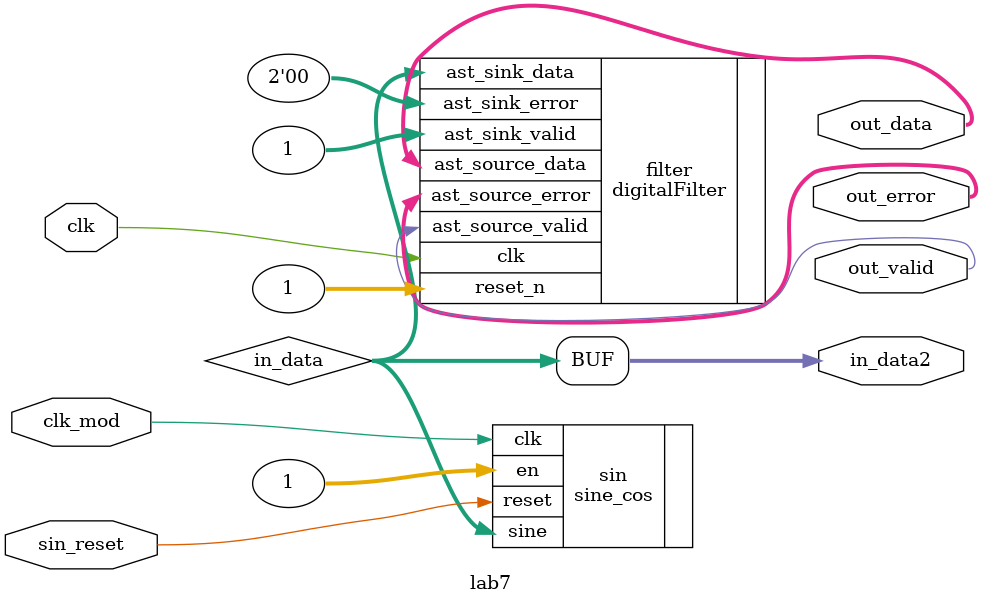
<source format=v>
module lab7(clk, clk_mod, sin_reset, in_data2, out_data, out_valid, out_error);
input clk, sin_reset, clk_mod;
output [26:0] out_data;
output [1:0] out_error;
output [13:0] in_data2;
output out_valid;
wire in_valid;
wire [13:0] in_data;
assign in_data2 = in_data;

sine_cos sin(.clk(clk_mod), .reset(sin_reset),
	.en(1), .sine(in_data));

digitalFilter filter(.clk(clk), .reset_n(1),
	.ast_sink_data(in_data), .ast_sink_valid(1),
	.ast_sink_error(2'b00), .ast_source_data(out_data),
	.ast_source_valid(out_valid), .ast_source_error(out_error));
	
endmodule
</source>
